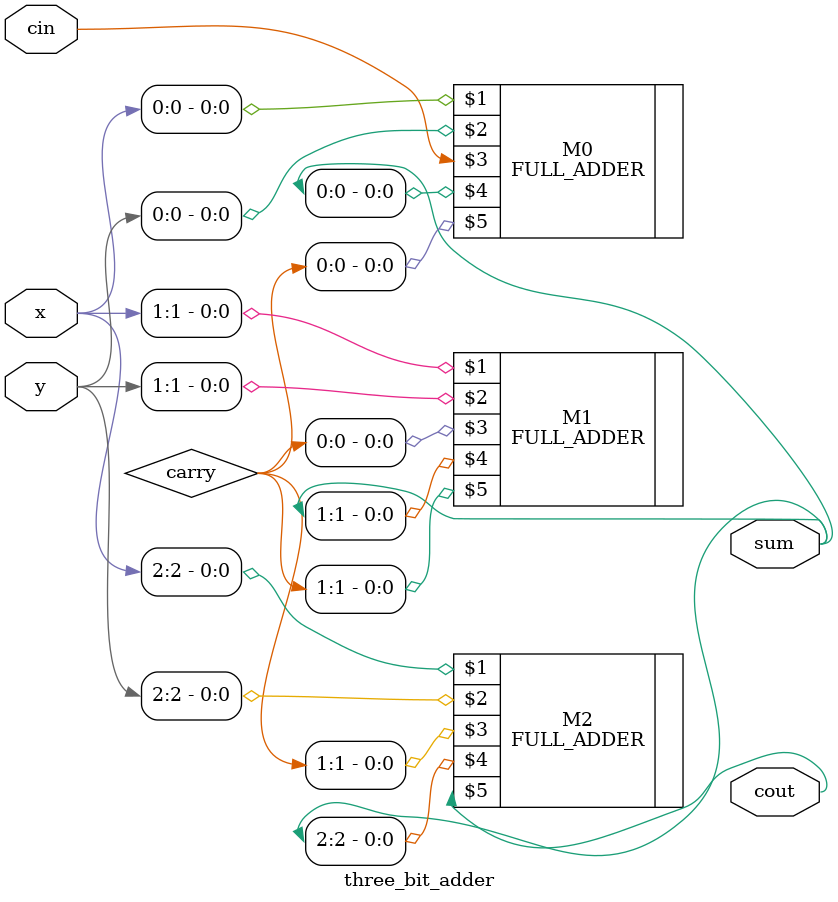
<source format=v>
`timescale 1ns / 1ps
module three_bit_adder (x, y, cin, sum, cout);
input [2:0] x, y;
input cin;
output [2:0] sum;
output cout;
wire [1:0] carry;
FULL_ADDER M0 (x[0], y[0], cin, sum[0], carry[0]);
FULL_ADDER M1 (x[1], y[1], carry[0], sum[1], carry[1]);
FULL_ADDER M2 (x[2], y[2], carry[1], sum[2], cout);
/*It is assumed that the module FULL_ADDER
(Listing 4.13) is attached by the simulator to
the module three_bit_adder so, no need to
rewrite the module FULL_ADDER.*/
endmodule

</source>
